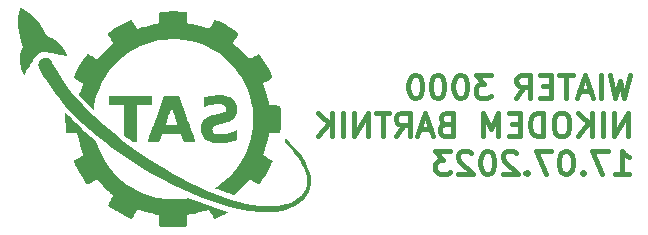
<source format=gbr>
%TF.GenerationSoftware,KiCad,Pcbnew,7.0.6*%
%TF.CreationDate,2023-07-18T10:57:58+02:00*%
%TF.ProjectId,PCB,5043422e-6b69-4636-9164-5f7063625858,rev?*%
%TF.SameCoordinates,Original*%
%TF.FileFunction,Legend,Bot*%
%TF.FilePolarity,Positive*%
%FSLAX46Y46*%
G04 Gerber Fmt 4.6, Leading zero omitted, Abs format (unit mm)*
G04 Created by KiCad (PCBNEW 7.0.6) date 2023-07-18 10:57:58*
%MOMM*%
%LPD*%
G01*
G04 APERTURE LIST*
%ADD10C,0.400000*%
G04 APERTURE END LIST*
D10*
X174076128Y-120199438D02*
X173599938Y-122199438D01*
X173599938Y-122199438D02*
X173218985Y-120770866D01*
X173218985Y-120770866D02*
X172838033Y-122199438D01*
X172838033Y-122199438D02*
X172361843Y-120199438D01*
X171599938Y-122199438D02*
X171599938Y-120199438D01*
X170742795Y-121628009D02*
X169790414Y-121628009D01*
X170933271Y-122199438D02*
X170266605Y-120199438D01*
X170266605Y-120199438D02*
X169599938Y-122199438D01*
X169218985Y-120199438D02*
X168076128Y-120199438D01*
X168647557Y-122199438D02*
X168647557Y-120199438D01*
X167409461Y-121151819D02*
X166742794Y-121151819D01*
X166457080Y-122199438D02*
X167409461Y-122199438D01*
X167409461Y-122199438D02*
X167409461Y-120199438D01*
X167409461Y-120199438D02*
X166457080Y-120199438D01*
X164457080Y-122199438D02*
X165123747Y-121247057D01*
X165599937Y-122199438D02*
X165599937Y-120199438D01*
X165599937Y-120199438D02*
X164838032Y-120199438D01*
X164838032Y-120199438D02*
X164647556Y-120294676D01*
X164647556Y-120294676D02*
X164552318Y-120389914D01*
X164552318Y-120389914D02*
X164457080Y-120580390D01*
X164457080Y-120580390D02*
X164457080Y-120866104D01*
X164457080Y-120866104D02*
X164552318Y-121056580D01*
X164552318Y-121056580D02*
X164647556Y-121151819D01*
X164647556Y-121151819D02*
X164838032Y-121247057D01*
X164838032Y-121247057D02*
X165599937Y-121247057D01*
X162266603Y-120199438D02*
X161028508Y-120199438D01*
X161028508Y-120199438D02*
X161695175Y-120961342D01*
X161695175Y-120961342D02*
X161409460Y-120961342D01*
X161409460Y-120961342D02*
X161218984Y-121056580D01*
X161218984Y-121056580D02*
X161123746Y-121151819D01*
X161123746Y-121151819D02*
X161028508Y-121342295D01*
X161028508Y-121342295D02*
X161028508Y-121818485D01*
X161028508Y-121818485D02*
X161123746Y-122008961D01*
X161123746Y-122008961D02*
X161218984Y-122104200D01*
X161218984Y-122104200D02*
X161409460Y-122199438D01*
X161409460Y-122199438D02*
X161980889Y-122199438D01*
X161980889Y-122199438D02*
X162171365Y-122104200D01*
X162171365Y-122104200D02*
X162266603Y-122008961D01*
X159790413Y-120199438D02*
X159599936Y-120199438D01*
X159599936Y-120199438D02*
X159409460Y-120294676D01*
X159409460Y-120294676D02*
X159314222Y-120389914D01*
X159314222Y-120389914D02*
X159218984Y-120580390D01*
X159218984Y-120580390D02*
X159123746Y-120961342D01*
X159123746Y-120961342D02*
X159123746Y-121437533D01*
X159123746Y-121437533D02*
X159218984Y-121818485D01*
X159218984Y-121818485D02*
X159314222Y-122008961D01*
X159314222Y-122008961D02*
X159409460Y-122104200D01*
X159409460Y-122104200D02*
X159599936Y-122199438D01*
X159599936Y-122199438D02*
X159790413Y-122199438D01*
X159790413Y-122199438D02*
X159980889Y-122104200D01*
X159980889Y-122104200D02*
X160076127Y-122008961D01*
X160076127Y-122008961D02*
X160171365Y-121818485D01*
X160171365Y-121818485D02*
X160266603Y-121437533D01*
X160266603Y-121437533D02*
X160266603Y-120961342D01*
X160266603Y-120961342D02*
X160171365Y-120580390D01*
X160171365Y-120580390D02*
X160076127Y-120389914D01*
X160076127Y-120389914D02*
X159980889Y-120294676D01*
X159980889Y-120294676D02*
X159790413Y-120199438D01*
X157885651Y-120199438D02*
X157695174Y-120199438D01*
X157695174Y-120199438D02*
X157504698Y-120294676D01*
X157504698Y-120294676D02*
X157409460Y-120389914D01*
X157409460Y-120389914D02*
X157314222Y-120580390D01*
X157314222Y-120580390D02*
X157218984Y-120961342D01*
X157218984Y-120961342D02*
X157218984Y-121437533D01*
X157218984Y-121437533D02*
X157314222Y-121818485D01*
X157314222Y-121818485D02*
X157409460Y-122008961D01*
X157409460Y-122008961D02*
X157504698Y-122104200D01*
X157504698Y-122104200D02*
X157695174Y-122199438D01*
X157695174Y-122199438D02*
X157885651Y-122199438D01*
X157885651Y-122199438D02*
X158076127Y-122104200D01*
X158076127Y-122104200D02*
X158171365Y-122008961D01*
X158171365Y-122008961D02*
X158266603Y-121818485D01*
X158266603Y-121818485D02*
X158361841Y-121437533D01*
X158361841Y-121437533D02*
X158361841Y-120961342D01*
X158361841Y-120961342D02*
X158266603Y-120580390D01*
X158266603Y-120580390D02*
X158171365Y-120389914D01*
X158171365Y-120389914D02*
X158076127Y-120294676D01*
X158076127Y-120294676D02*
X157885651Y-120199438D01*
X155980889Y-120199438D02*
X155790412Y-120199438D01*
X155790412Y-120199438D02*
X155599936Y-120294676D01*
X155599936Y-120294676D02*
X155504698Y-120389914D01*
X155504698Y-120389914D02*
X155409460Y-120580390D01*
X155409460Y-120580390D02*
X155314222Y-120961342D01*
X155314222Y-120961342D02*
X155314222Y-121437533D01*
X155314222Y-121437533D02*
X155409460Y-121818485D01*
X155409460Y-121818485D02*
X155504698Y-122008961D01*
X155504698Y-122008961D02*
X155599936Y-122104200D01*
X155599936Y-122104200D02*
X155790412Y-122199438D01*
X155790412Y-122199438D02*
X155980889Y-122199438D01*
X155980889Y-122199438D02*
X156171365Y-122104200D01*
X156171365Y-122104200D02*
X156266603Y-122008961D01*
X156266603Y-122008961D02*
X156361841Y-121818485D01*
X156361841Y-121818485D02*
X156457079Y-121437533D01*
X156457079Y-121437533D02*
X156457079Y-120961342D01*
X156457079Y-120961342D02*
X156361841Y-120580390D01*
X156361841Y-120580390D02*
X156266603Y-120389914D01*
X156266603Y-120389914D02*
X156171365Y-120294676D01*
X156171365Y-120294676D02*
X155980889Y-120199438D01*
X173885652Y-125419438D02*
X173885652Y-123419438D01*
X173885652Y-123419438D02*
X172742795Y-125419438D01*
X172742795Y-125419438D02*
X172742795Y-123419438D01*
X171790414Y-125419438D02*
X171790414Y-123419438D01*
X170838033Y-125419438D02*
X170838033Y-123419438D01*
X169695176Y-125419438D02*
X170552319Y-124276580D01*
X169695176Y-123419438D02*
X170838033Y-124562295D01*
X168457081Y-123419438D02*
X168076128Y-123419438D01*
X168076128Y-123419438D02*
X167885652Y-123514676D01*
X167885652Y-123514676D02*
X167695176Y-123705152D01*
X167695176Y-123705152D02*
X167599938Y-124086104D01*
X167599938Y-124086104D02*
X167599938Y-124752771D01*
X167599938Y-124752771D02*
X167695176Y-125133723D01*
X167695176Y-125133723D02*
X167885652Y-125324200D01*
X167885652Y-125324200D02*
X168076128Y-125419438D01*
X168076128Y-125419438D02*
X168457081Y-125419438D01*
X168457081Y-125419438D02*
X168647557Y-125324200D01*
X168647557Y-125324200D02*
X168838033Y-125133723D01*
X168838033Y-125133723D02*
X168933271Y-124752771D01*
X168933271Y-124752771D02*
X168933271Y-124086104D01*
X168933271Y-124086104D02*
X168838033Y-123705152D01*
X168838033Y-123705152D02*
X168647557Y-123514676D01*
X168647557Y-123514676D02*
X168457081Y-123419438D01*
X166742795Y-125419438D02*
X166742795Y-123419438D01*
X166742795Y-123419438D02*
X166266605Y-123419438D01*
X166266605Y-123419438D02*
X165980890Y-123514676D01*
X165980890Y-123514676D02*
X165790414Y-123705152D01*
X165790414Y-123705152D02*
X165695176Y-123895628D01*
X165695176Y-123895628D02*
X165599938Y-124276580D01*
X165599938Y-124276580D02*
X165599938Y-124562295D01*
X165599938Y-124562295D02*
X165695176Y-124943247D01*
X165695176Y-124943247D02*
X165790414Y-125133723D01*
X165790414Y-125133723D02*
X165980890Y-125324200D01*
X165980890Y-125324200D02*
X166266605Y-125419438D01*
X166266605Y-125419438D02*
X166742795Y-125419438D01*
X164742795Y-124371819D02*
X164076128Y-124371819D01*
X163790414Y-125419438D02*
X164742795Y-125419438D01*
X164742795Y-125419438D02*
X164742795Y-123419438D01*
X164742795Y-123419438D02*
X163790414Y-123419438D01*
X162933271Y-125419438D02*
X162933271Y-123419438D01*
X162933271Y-123419438D02*
X162266604Y-124848009D01*
X162266604Y-124848009D02*
X161599938Y-123419438D01*
X161599938Y-123419438D02*
X161599938Y-125419438D01*
X158457080Y-124371819D02*
X158171366Y-124467057D01*
X158171366Y-124467057D02*
X158076128Y-124562295D01*
X158076128Y-124562295D02*
X157980890Y-124752771D01*
X157980890Y-124752771D02*
X157980890Y-125038485D01*
X157980890Y-125038485D02*
X158076128Y-125228961D01*
X158076128Y-125228961D02*
X158171366Y-125324200D01*
X158171366Y-125324200D02*
X158361842Y-125419438D01*
X158361842Y-125419438D02*
X159123747Y-125419438D01*
X159123747Y-125419438D02*
X159123747Y-123419438D01*
X159123747Y-123419438D02*
X158457080Y-123419438D01*
X158457080Y-123419438D02*
X158266604Y-123514676D01*
X158266604Y-123514676D02*
X158171366Y-123609914D01*
X158171366Y-123609914D02*
X158076128Y-123800390D01*
X158076128Y-123800390D02*
X158076128Y-123990866D01*
X158076128Y-123990866D02*
X158171366Y-124181342D01*
X158171366Y-124181342D02*
X158266604Y-124276580D01*
X158266604Y-124276580D02*
X158457080Y-124371819D01*
X158457080Y-124371819D02*
X159123747Y-124371819D01*
X157218985Y-124848009D02*
X156266604Y-124848009D01*
X157409461Y-125419438D02*
X156742795Y-123419438D01*
X156742795Y-123419438D02*
X156076128Y-125419438D01*
X154266604Y-125419438D02*
X154933271Y-124467057D01*
X155409461Y-125419438D02*
X155409461Y-123419438D01*
X155409461Y-123419438D02*
X154647556Y-123419438D01*
X154647556Y-123419438D02*
X154457080Y-123514676D01*
X154457080Y-123514676D02*
X154361842Y-123609914D01*
X154361842Y-123609914D02*
X154266604Y-123800390D01*
X154266604Y-123800390D02*
X154266604Y-124086104D01*
X154266604Y-124086104D02*
X154361842Y-124276580D01*
X154361842Y-124276580D02*
X154457080Y-124371819D01*
X154457080Y-124371819D02*
X154647556Y-124467057D01*
X154647556Y-124467057D02*
X155409461Y-124467057D01*
X153695175Y-123419438D02*
X152552318Y-123419438D01*
X153123747Y-125419438D02*
X153123747Y-123419438D01*
X151885651Y-125419438D02*
X151885651Y-123419438D01*
X151885651Y-123419438D02*
X150742794Y-125419438D01*
X150742794Y-125419438D02*
X150742794Y-123419438D01*
X149790413Y-125419438D02*
X149790413Y-123419438D01*
X148838032Y-125419438D02*
X148838032Y-123419438D01*
X147695175Y-125419438D02*
X148552318Y-124276580D01*
X147695175Y-123419438D02*
X148838032Y-124562295D01*
X172838033Y-128639438D02*
X173980890Y-128639438D01*
X173409462Y-128639438D02*
X173409462Y-126639438D01*
X173409462Y-126639438D02*
X173599938Y-126925152D01*
X173599938Y-126925152D02*
X173790414Y-127115628D01*
X173790414Y-127115628D02*
X173980890Y-127210866D01*
X172171366Y-126639438D02*
X170838033Y-126639438D01*
X170838033Y-126639438D02*
X171695176Y-128639438D01*
X170076128Y-128448961D02*
X169980890Y-128544200D01*
X169980890Y-128544200D02*
X170076128Y-128639438D01*
X170076128Y-128639438D02*
X170171366Y-128544200D01*
X170171366Y-128544200D02*
X170076128Y-128448961D01*
X170076128Y-128448961D02*
X170076128Y-128639438D01*
X168742795Y-126639438D02*
X168552318Y-126639438D01*
X168552318Y-126639438D02*
X168361842Y-126734676D01*
X168361842Y-126734676D02*
X168266604Y-126829914D01*
X168266604Y-126829914D02*
X168171366Y-127020390D01*
X168171366Y-127020390D02*
X168076128Y-127401342D01*
X168076128Y-127401342D02*
X168076128Y-127877533D01*
X168076128Y-127877533D02*
X168171366Y-128258485D01*
X168171366Y-128258485D02*
X168266604Y-128448961D01*
X168266604Y-128448961D02*
X168361842Y-128544200D01*
X168361842Y-128544200D02*
X168552318Y-128639438D01*
X168552318Y-128639438D02*
X168742795Y-128639438D01*
X168742795Y-128639438D02*
X168933271Y-128544200D01*
X168933271Y-128544200D02*
X169028509Y-128448961D01*
X169028509Y-128448961D02*
X169123747Y-128258485D01*
X169123747Y-128258485D02*
X169218985Y-127877533D01*
X169218985Y-127877533D02*
X169218985Y-127401342D01*
X169218985Y-127401342D02*
X169123747Y-127020390D01*
X169123747Y-127020390D02*
X169028509Y-126829914D01*
X169028509Y-126829914D02*
X168933271Y-126734676D01*
X168933271Y-126734676D02*
X168742795Y-126639438D01*
X167409461Y-126639438D02*
X166076128Y-126639438D01*
X166076128Y-126639438D02*
X166933271Y-128639438D01*
X165314223Y-128448961D02*
X165218985Y-128544200D01*
X165218985Y-128544200D02*
X165314223Y-128639438D01*
X165314223Y-128639438D02*
X165409461Y-128544200D01*
X165409461Y-128544200D02*
X165314223Y-128448961D01*
X165314223Y-128448961D02*
X165314223Y-128639438D01*
X164457080Y-126829914D02*
X164361842Y-126734676D01*
X164361842Y-126734676D02*
X164171366Y-126639438D01*
X164171366Y-126639438D02*
X163695175Y-126639438D01*
X163695175Y-126639438D02*
X163504699Y-126734676D01*
X163504699Y-126734676D02*
X163409461Y-126829914D01*
X163409461Y-126829914D02*
X163314223Y-127020390D01*
X163314223Y-127020390D02*
X163314223Y-127210866D01*
X163314223Y-127210866D02*
X163409461Y-127496580D01*
X163409461Y-127496580D02*
X164552318Y-128639438D01*
X164552318Y-128639438D02*
X163314223Y-128639438D01*
X162076128Y-126639438D02*
X161885651Y-126639438D01*
X161885651Y-126639438D02*
X161695175Y-126734676D01*
X161695175Y-126734676D02*
X161599937Y-126829914D01*
X161599937Y-126829914D02*
X161504699Y-127020390D01*
X161504699Y-127020390D02*
X161409461Y-127401342D01*
X161409461Y-127401342D02*
X161409461Y-127877533D01*
X161409461Y-127877533D02*
X161504699Y-128258485D01*
X161504699Y-128258485D02*
X161599937Y-128448961D01*
X161599937Y-128448961D02*
X161695175Y-128544200D01*
X161695175Y-128544200D02*
X161885651Y-128639438D01*
X161885651Y-128639438D02*
X162076128Y-128639438D01*
X162076128Y-128639438D02*
X162266604Y-128544200D01*
X162266604Y-128544200D02*
X162361842Y-128448961D01*
X162361842Y-128448961D02*
X162457080Y-128258485D01*
X162457080Y-128258485D02*
X162552318Y-127877533D01*
X162552318Y-127877533D02*
X162552318Y-127401342D01*
X162552318Y-127401342D02*
X162457080Y-127020390D01*
X162457080Y-127020390D02*
X162361842Y-126829914D01*
X162361842Y-126829914D02*
X162266604Y-126734676D01*
X162266604Y-126734676D02*
X162076128Y-126639438D01*
X160647556Y-126829914D02*
X160552318Y-126734676D01*
X160552318Y-126734676D02*
X160361842Y-126639438D01*
X160361842Y-126639438D02*
X159885651Y-126639438D01*
X159885651Y-126639438D02*
X159695175Y-126734676D01*
X159695175Y-126734676D02*
X159599937Y-126829914D01*
X159599937Y-126829914D02*
X159504699Y-127020390D01*
X159504699Y-127020390D02*
X159504699Y-127210866D01*
X159504699Y-127210866D02*
X159599937Y-127496580D01*
X159599937Y-127496580D02*
X160742794Y-128639438D01*
X160742794Y-128639438D02*
X159504699Y-128639438D01*
X158838032Y-126639438D02*
X157599937Y-126639438D01*
X157599937Y-126639438D02*
X158266604Y-127401342D01*
X158266604Y-127401342D02*
X157980889Y-127401342D01*
X157980889Y-127401342D02*
X157790413Y-127496580D01*
X157790413Y-127496580D02*
X157695175Y-127591819D01*
X157695175Y-127591819D02*
X157599937Y-127782295D01*
X157599937Y-127782295D02*
X157599937Y-128258485D01*
X157599937Y-128258485D02*
X157695175Y-128448961D01*
X157695175Y-128448961D02*
X157790413Y-128544200D01*
X157790413Y-128544200D02*
X157980889Y-128639438D01*
X157980889Y-128639438D02*
X158552318Y-128639438D01*
X158552318Y-128639438D02*
X158742794Y-128544200D01*
X158742794Y-128544200D02*
X158838032Y-128448961D01*
%TO.C,G\u002A\u002A\u002A*%
G36*
X133589810Y-122406071D02*
G01*
X133589810Y-122793052D01*
X132944843Y-122793052D01*
X132299875Y-122793052D01*
X132299875Y-124364428D01*
X132299875Y-125935804D01*
X132135483Y-125935804D01*
X131971092Y-125935804D01*
X131619509Y-125672233D01*
X131267927Y-125408663D01*
X131267927Y-124100857D01*
X131267927Y-122793052D01*
X130622959Y-122793052D01*
X129977991Y-122793052D01*
X129977991Y-122406071D01*
X129977991Y-122019091D01*
X131783901Y-122019091D01*
X133589810Y-122019091D01*
X133589810Y-122406071D01*
G37*
G36*
X136802930Y-124551206D02*
G01*
X136895513Y-124801169D01*
X136980965Y-125031817D01*
X137057979Y-125239625D01*
X137125249Y-125421067D01*
X137181467Y-125572618D01*
X137225327Y-125690753D01*
X137255523Y-125771946D01*
X137270747Y-125812673D01*
X137317299Y-125935804D01*
X136805018Y-125935804D01*
X136292736Y-125935804D01*
X136169681Y-125584003D01*
X136046626Y-125232202D01*
X135257419Y-125232202D01*
X134468213Y-125232202D01*
X134348564Y-125578140D01*
X134228915Y-125924077D01*
X133721736Y-125930398D01*
X133660150Y-125931032D01*
X133517733Y-125931407D01*
X133395209Y-125930202D01*
X133299330Y-125927574D01*
X133236845Y-125923678D01*
X133214507Y-125918671D01*
X133221053Y-125898547D01*
X133242796Y-125837261D01*
X133278644Y-125738045D01*
X133327432Y-125604071D01*
X133387998Y-125438511D01*
X133459177Y-125244537D01*
X133539805Y-125025321D01*
X133628717Y-124784035D01*
X133724751Y-124523851D01*
X133738167Y-124487558D01*
X134738626Y-124487558D01*
X134742374Y-124489535D01*
X134781138Y-124494001D01*
X134855377Y-124497786D01*
X134956938Y-124500842D01*
X135077670Y-124503124D01*
X135209420Y-124504584D01*
X135344037Y-124505176D01*
X135473370Y-124504854D01*
X135589266Y-124503570D01*
X135683575Y-124501278D01*
X135748143Y-124497932D01*
X135774819Y-124493484D01*
X135775111Y-124491912D01*
X135767653Y-124459484D01*
X135747100Y-124390478D01*
X135715589Y-124291134D01*
X135675257Y-124167693D01*
X135628242Y-124026395D01*
X135576679Y-123873480D01*
X135522705Y-123715191D01*
X135468458Y-123557766D01*
X135416074Y-123407446D01*
X135367689Y-123270473D01*
X135325442Y-123153087D01*
X135291468Y-123061528D01*
X135267904Y-123002037D01*
X135256887Y-122980854D01*
X135256594Y-122981019D01*
X135245527Y-123005766D01*
X135221887Y-123068216D01*
X135187820Y-123162132D01*
X135145470Y-123281273D01*
X135096986Y-123419402D01*
X135044512Y-123570280D01*
X134990195Y-123727666D01*
X134936180Y-123885323D01*
X134884615Y-124037011D01*
X134837643Y-124176492D01*
X134797413Y-124297526D01*
X134766069Y-124393874D01*
X134745758Y-124459298D01*
X134738626Y-124487558D01*
X133738167Y-124487558D01*
X133826741Y-124247940D01*
X133933523Y-123959475D01*
X134652589Y-122018326D01*
X135261283Y-122024572D01*
X135869977Y-122030817D01*
X136547086Y-123860180D01*
X136601594Y-124007436D01*
X136704521Y-124285453D01*
X136780973Y-124491912D01*
X136802930Y-124551206D01*
G37*
G36*
X122497022Y-114556397D02*
G01*
X122564311Y-114584339D01*
X122664817Y-114633875D01*
X122704167Y-114654109D01*
X122948239Y-114799948D01*
X123199175Y-114982111D01*
X123449428Y-115193832D01*
X123691449Y-115428344D01*
X123917689Y-115678884D01*
X124120601Y-115938684D01*
X124198058Y-116050072D01*
X124296217Y-116199210D01*
X124396561Y-116358703D01*
X124491665Y-116516464D01*
X124574106Y-116660406D01*
X124636458Y-116778444D01*
X124710174Y-116927932D01*
X124874605Y-116977877D01*
X124880818Y-116979776D01*
X125153765Y-117087666D01*
X125414687Y-117238132D01*
X125659507Y-117427585D01*
X125884147Y-117652439D01*
X126084530Y-117909104D01*
X126256578Y-118193994D01*
X126295298Y-118269496D01*
X126350759Y-118384931D01*
X126395364Y-118486853D01*
X126426317Y-118568289D01*
X126440822Y-118622264D01*
X126436085Y-118641805D01*
X126410791Y-118637478D01*
X126346596Y-118624408D01*
X126251419Y-118604196D01*
X126132878Y-118578461D01*
X125998588Y-118548821D01*
X125826876Y-118511350D01*
X125503112Y-118444953D01*
X125206120Y-118389869D01*
X124938908Y-118346523D01*
X124704482Y-118315339D01*
X124505849Y-118296742D01*
X124346016Y-118291155D01*
X124227988Y-118299003D01*
X124209528Y-118302456D01*
X124112814Y-118334835D01*
X124025464Y-118383161D01*
X123963675Y-118437616D01*
X123875141Y-118535600D01*
X123770709Y-118667307D01*
X123653308Y-118828439D01*
X123525868Y-119014700D01*
X123391316Y-119221794D01*
X123252582Y-119445424D01*
X123112595Y-119681295D01*
X122974283Y-119925109D01*
X122931288Y-120002030D01*
X122872937Y-120104080D01*
X122824744Y-120185561D01*
X122790802Y-120239599D01*
X122775207Y-120259320D01*
X122759143Y-120241933D01*
X122730005Y-120188932D01*
X122692341Y-120109123D01*
X122650020Y-120011459D01*
X122606912Y-119904893D01*
X122566887Y-119798378D01*
X122533815Y-119700865D01*
X122479325Y-119502548D01*
X122423628Y-119181525D01*
X122407920Y-118865055D01*
X122431998Y-118558449D01*
X122495661Y-118267015D01*
X122598706Y-117996063D01*
X122676848Y-117831115D01*
X122596392Y-117609083D01*
X122510602Y-117355589D01*
X122394337Y-116934853D01*
X122310739Y-116517596D01*
X122260129Y-116108517D01*
X122242829Y-115712316D01*
X122259159Y-115333693D01*
X122309441Y-114977348D01*
X122393997Y-114647981D01*
X122407926Y-114606644D01*
X122427484Y-114567099D01*
X122454298Y-114550500D01*
X122497022Y-114556397D01*
G37*
G36*
X139631270Y-121968708D02*
G01*
X139872538Y-122002821D01*
X140082958Y-122056592D01*
X140256640Y-122129982D01*
X140315187Y-122164066D01*
X140489471Y-122299063D01*
X140630133Y-122463722D01*
X140735213Y-122653831D01*
X140802751Y-122865178D01*
X140830786Y-123093548D01*
X140817357Y-123334730D01*
X140800254Y-123433392D01*
X140746798Y-123612964D01*
X140665239Y-123765906D01*
X140550699Y-123902609D01*
X140502574Y-123948660D01*
X140415195Y-124021590D01*
X140320643Y-124084765D01*
X140212389Y-124141019D01*
X140083905Y-124193185D01*
X139928662Y-124244096D01*
X139740132Y-124296586D01*
X139511786Y-124353488D01*
X139368702Y-124389096D01*
X139227847Y-124426639D01*
X139103571Y-124462220D01*
X139005599Y-124493052D01*
X138943658Y-124516347D01*
X138894921Y-124541323D01*
X138799289Y-124617709D01*
X138744025Y-124715094D01*
X138726186Y-124837832D01*
X138726220Y-124847089D01*
X138737156Y-124961459D01*
X138771707Y-125048730D01*
X138835780Y-125124339D01*
X138882734Y-125162323D01*
X138974289Y-125211144D01*
X139089033Y-125243521D01*
X139234437Y-125261273D01*
X139417973Y-125266222D01*
X139497427Y-125264837D01*
X139709006Y-125249171D01*
X139915569Y-125214076D01*
X140127424Y-125156956D01*
X140354876Y-125075213D01*
X140608231Y-124966249D01*
X140789995Y-124883071D01*
X140789995Y-125311695D01*
X140789995Y-125740320D01*
X140549598Y-125814573D01*
X140208658Y-125907310D01*
X139821083Y-125979399D01*
X139441426Y-126012602D01*
X139333148Y-126013851D01*
X139183497Y-126009443D01*
X139026096Y-125999599D01*
X138874608Y-125985416D01*
X138742693Y-125967995D01*
X138644012Y-125948434D01*
X138629473Y-125944570D01*
X138393565Y-125861224D01*
X138194141Y-125748450D01*
X138031126Y-125606148D01*
X137904447Y-125434219D01*
X137814029Y-125232565D01*
X137759799Y-125001085D01*
X137741682Y-124739682D01*
X137743978Y-124638254D01*
X137766923Y-124437284D01*
X137816624Y-124266418D01*
X137895703Y-124118191D01*
X138006783Y-123985138D01*
X138071404Y-123925896D01*
X138179575Y-123846882D01*
X138307648Y-123776127D01*
X138461008Y-123711451D01*
X138645042Y-123650676D01*
X138865136Y-123591623D01*
X139126676Y-123532112D01*
X139227489Y-123510296D01*
X139420809Y-123465221D01*
X139574060Y-123423063D01*
X139691645Y-123381304D01*
X139777967Y-123337422D01*
X139837428Y-123288899D01*
X139874433Y-123233215D01*
X139893382Y-123167849D01*
X139898679Y-123090283D01*
X139898215Y-123067894D01*
X139876446Y-122949856D01*
X139820379Y-122856012D01*
X139727586Y-122784374D01*
X139595641Y-122732955D01*
X139422117Y-122699764D01*
X139367296Y-122694089D01*
X139155283Y-122690646D01*
X138919603Y-122711148D01*
X138672008Y-122753712D01*
X138424252Y-122816456D01*
X138188087Y-122897495D01*
X138186402Y-122898161D01*
X138108434Y-122927940D01*
X138047997Y-122949145D01*
X138018050Y-122957226D01*
X138012739Y-122940852D01*
X138007270Y-122884495D01*
X138002933Y-122795174D01*
X138000074Y-122680403D01*
X137999044Y-122547696D01*
X137999044Y-122138166D01*
X138086994Y-122115051D01*
X138168284Y-122094444D01*
X138475472Y-122029655D01*
X138781254Y-121984728D01*
X139079739Y-121959621D01*
X139365041Y-121954295D01*
X139631270Y-121968708D01*
G37*
G36*
X124630363Y-118772048D02*
G01*
X124724366Y-118779447D01*
X124799841Y-118798466D01*
X124876883Y-118833352D01*
X124923571Y-118859496D01*
X124990333Y-118902927D01*
X125032672Y-118938301D01*
X125040725Y-118949140D01*
X125071935Y-119000555D01*
X125116875Y-119081711D01*
X125170811Y-119183922D01*
X125229007Y-119298500D01*
X125323360Y-119482805D01*
X125623007Y-120014514D01*
X125967096Y-120553463D01*
X126355884Y-121099987D01*
X126789628Y-121654420D01*
X127268587Y-122217096D01*
X127793017Y-122788350D01*
X128363176Y-123368516D01*
X128706371Y-123701248D01*
X129514600Y-124443409D01*
X130362530Y-125166366D01*
X131251300Y-125871036D01*
X132182051Y-126558338D01*
X133155923Y-127229190D01*
X133847752Y-127678881D01*
X134598772Y-128142605D01*
X135345991Y-128578821D01*
X136087408Y-128986676D01*
X136821019Y-129365315D01*
X137544822Y-129713884D01*
X138256813Y-130031529D01*
X138954991Y-130317396D01*
X139637353Y-130570630D01*
X140301896Y-130790379D01*
X140946616Y-130975787D01*
X141569513Y-131126000D01*
X142168582Y-131240164D01*
X142741821Y-131317426D01*
X142898011Y-131330948D01*
X143112009Y-131343024D01*
X143341166Y-131350252D01*
X143573130Y-131352535D01*
X143795549Y-131349773D01*
X143996070Y-131341869D01*
X144162341Y-131328724D01*
X144188086Y-131325855D01*
X144602725Y-131260645D01*
X144988487Y-131163143D01*
X145343755Y-131034033D01*
X145666911Y-130873997D01*
X145956337Y-130683718D01*
X146210415Y-130463879D01*
X146311651Y-130356750D01*
X146485972Y-130128819D01*
X146615783Y-129888576D01*
X146701571Y-129634337D01*
X146743823Y-129364419D01*
X146743024Y-129077137D01*
X146699663Y-128770808D01*
X146697423Y-128759866D01*
X146668360Y-128628769D01*
X146636821Y-128511713D01*
X146598788Y-128397665D01*
X146550243Y-128275593D01*
X146487167Y-128134464D01*
X146405543Y-127963245D01*
X146339118Y-127831640D01*
X146203651Y-127589618D01*
X146046949Y-127341151D01*
X145865840Y-127081786D01*
X145657151Y-126807072D01*
X145417708Y-126512557D01*
X145144339Y-126193791D01*
X145140449Y-126189350D01*
X145046806Y-126080479D01*
X144964052Y-125980649D01*
X144897306Y-125896320D01*
X144851685Y-125833951D01*
X144832308Y-125800002D01*
X144829384Y-125779490D01*
X144846961Y-125718753D01*
X144895665Y-125672655D01*
X144963625Y-125654363D01*
X144974419Y-125655387D01*
X145008838Y-125669045D01*
X145055870Y-125701725D01*
X145120220Y-125757376D01*
X145206591Y-125839949D01*
X145319686Y-125953394D01*
X145654365Y-126312949D01*
X145980769Y-126707212D01*
X146271051Y-127106739D01*
X146521879Y-127506924D01*
X146729920Y-127903158D01*
X146848575Y-128177758D01*
X146967454Y-128532718D01*
X147042058Y-128875559D01*
X147072475Y-129205627D01*
X147058792Y-129522263D01*
X147001098Y-129824814D01*
X146899479Y-130112622D01*
X146754023Y-130385032D01*
X146564819Y-130641388D01*
X146331953Y-130881033D01*
X146281628Y-130925821D01*
X145989072Y-131154377D01*
X145672429Y-131349618D01*
X145329510Y-131512340D01*
X144958127Y-131643335D01*
X144556091Y-131743400D01*
X144121214Y-131813327D01*
X143651306Y-131853912D01*
X143415725Y-131861718D01*
X143003224Y-131855692D01*
X142555520Y-131826725D01*
X142076048Y-131774990D01*
X141926156Y-131754912D01*
X141269003Y-131645702D01*
X140587964Y-131499538D01*
X139885580Y-131317541D01*
X139164391Y-131100838D01*
X138426938Y-130850552D01*
X137675761Y-130567807D01*
X136913401Y-130253727D01*
X136142398Y-129909438D01*
X135365292Y-129536063D01*
X134584625Y-129134726D01*
X133802936Y-128706552D01*
X133022765Y-128252665D01*
X132246654Y-127774189D01*
X131477143Y-127272248D01*
X130716772Y-126747968D01*
X130235724Y-126400138D01*
X129584100Y-125905995D01*
X128956556Y-125403021D01*
X128354834Y-124893057D01*
X127780679Y-124377940D01*
X127235834Y-123859510D01*
X126722043Y-123339605D01*
X126241048Y-122820063D01*
X125794594Y-122302724D01*
X125384423Y-121789427D01*
X125012280Y-121282009D01*
X124679907Y-120782310D01*
X124389048Y-120292168D01*
X124141447Y-119813422D01*
X124131743Y-119792906D01*
X124079911Y-119677177D01*
X124036207Y-119569657D01*
X124004978Y-119481563D01*
X123990570Y-119424111D01*
X123986486Y-119372817D01*
X124001346Y-119209796D01*
X124057611Y-119062709D01*
X124152289Y-118937541D01*
X124282387Y-118840278D01*
X124341458Y-118809704D01*
X124408705Y-118785115D01*
X124482816Y-118773863D01*
X124583716Y-118771393D01*
X124630363Y-118772048D01*
G37*
G36*
X126296032Y-123432189D02*
G01*
X126334035Y-123466138D01*
X126398832Y-123526871D01*
X126486366Y-123610499D01*
X126592575Y-123713133D01*
X126713400Y-123830884D01*
X126844781Y-123959863D01*
X126912564Y-124026557D01*
X127201094Y-124308273D01*
X127467396Y-124564280D01*
X127719226Y-124801836D01*
X127964337Y-125028195D01*
X128210483Y-125250613D01*
X128465419Y-125476346D01*
X128863956Y-125826030D01*
X128960612Y-126109587D01*
X129092534Y-126470748D01*
X129253567Y-126848309D01*
X129433237Y-127205861D01*
X129638126Y-127557469D01*
X129925049Y-127982824D01*
X130273344Y-128420961D01*
X130653763Y-128826347D01*
X131064257Y-129197554D01*
X131502775Y-129533153D01*
X131967267Y-129831715D01*
X132455682Y-130091812D01*
X132965970Y-130312016D01*
X133496079Y-130490897D01*
X134043961Y-130627027D01*
X134186572Y-130655685D01*
X134361337Y-130687957D01*
X134519459Y-130712528D01*
X134671522Y-130730364D01*
X134828113Y-130742431D01*
X134999816Y-130749696D01*
X135197216Y-130753127D01*
X135430900Y-130753689D01*
X135548838Y-130753240D01*
X135735007Y-130751270D01*
X135888550Y-130747384D01*
X136018715Y-130741075D01*
X136134751Y-130731834D01*
X136245907Y-130719153D01*
X136361432Y-130702523D01*
X136682176Y-130652671D01*
X137065033Y-130806441D01*
X137416428Y-130944070D01*
X137858669Y-131109123D01*
X138320879Y-131273795D01*
X138788969Y-131433195D01*
X139248851Y-131582431D01*
X139686435Y-131716611D01*
X139767625Y-131740834D01*
X139880458Y-131775071D01*
X139971534Y-131803411D01*
X140033099Y-131823428D01*
X140057400Y-131832695D01*
X140057007Y-131834944D01*
X140030839Y-131854875D01*
X139971458Y-131890966D01*
X139885675Y-131939584D01*
X139780303Y-131997097D01*
X139662153Y-132059874D01*
X139538037Y-132124280D01*
X139414767Y-132186685D01*
X139299155Y-132243456D01*
X139198013Y-132290960D01*
X139187681Y-132295637D01*
X139086151Y-132339384D01*
X139000931Y-132372275D01*
X138940696Y-132391193D01*
X138914118Y-132393018D01*
X138913898Y-132392761D01*
X138896217Y-132366040D01*
X138858769Y-132305848D01*
X138805595Y-132218800D01*
X138740737Y-132111509D01*
X138668238Y-131990590D01*
X138626507Y-131921118D01*
X138550589Y-131797916D01*
X138492933Y-131710128D01*
X138450683Y-131653791D01*
X138420983Y-131624940D01*
X138400978Y-131619610D01*
X138388853Y-131623591D01*
X138335423Y-131641567D01*
X138250706Y-131670316D01*
X138143474Y-131706857D01*
X138022497Y-131748209D01*
X137978521Y-131763138D01*
X137621963Y-131874063D01*
X137265138Y-131965724D01*
X136885009Y-132044114D01*
X136603568Y-132096076D01*
X136583209Y-132563262D01*
X136582052Y-132589539D01*
X136575476Y-132729954D01*
X136569097Y-132852277D01*
X136563337Y-132949314D01*
X136558617Y-133013871D01*
X136555359Y-133038753D01*
X136555001Y-133039018D01*
X136527032Y-133044758D01*
X136462262Y-133053786D01*
X136369886Y-133064916D01*
X136259098Y-133076962D01*
X136123311Y-133088243D01*
X135958701Y-133096990D01*
X135775952Y-133102838D01*
X135580975Y-133105921D01*
X135379681Y-133106374D01*
X135177982Y-133104331D01*
X134981790Y-133099925D01*
X134797014Y-133093291D01*
X134629568Y-133084563D01*
X134485361Y-133073875D01*
X134370306Y-133061361D01*
X134290314Y-133047157D01*
X134251295Y-133031394D01*
X134250603Y-133030326D01*
X134244875Y-132997317D01*
X134238816Y-132925792D01*
X134232866Y-132823174D01*
X134227464Y-132696889D01*
X134223051Y-132554361D01*
X134211325Y-132093780D01*
X133976791Y-132054671D01*
X133844283Y-132030929D01*
X133491192Y-131953832D01*
X133123288Y-131855337D01*
X132757216Y-131739740D01*
X132643483Y-131701107D01*
X132536785Y-131665907D01*
X132462079Y-131643573D01*
X132412545Y-131632693D01*
X132381364Y-131631851D01*
X132361716Y-131639633D01*
X132346782Y-131654626D01*
X132329815Y-131678843D01*
X132290889Y-131739545D01*
X132236586Y-131827076D01*
X132171574Y-131933895D01*
X132100521Y-132052462D01*
X132040409Y-132152052D01*
X131976691Y-132254130D01*
X131923729Y-132335177D01*
X131885793Y-132388686D01*
X131867154Y-132408147D01*
X131858520Y-132406760D01*
X131809909Y-132388654D01*
X131728946Y-132352175D01*
X131621882Y-132300581D01*
X131494971Y-132237133D01*
X131354464Y-132165092D01*
X131206614Y-132087717D01*
X131057674Y-132008268D01*
X130913895Y-131930006D01*
X130781530Y-131856190D01*
X130666832Y-131790082D01*
X130576052Y-131734940D01*
X130476134Y-131671193D01*
X130302662Y-131557742D01*
X130154902Y-131457272D01*
X130035804Y-131371929D01*
X129948319Y-131303864D01*
X129895398Y-131255224D01*
X129879993Y-131228157D01*
X129892422Y-131201489D01*
X129924102Y-131140247D01*
X129971231Y-131051729D01*
X130030085Y-130942927D01*
X130096937Y-130820837D01*
X130161809Y-130702101D01*
X130219691Y-130594307D01*
X130265451Y-130507100D01*
X130295522Y-130447277D01*
X130306338Y-130421638D01*
X130305921Y-130420150D01*
X130283966Y-130394839D01*
X130233537Y-130347027D01*
X130161434Y-130282955D01*
X130074460Y-130208864D01*
X130040409Y-130179938D01*
X129914341Y-130067075D01*
X129771610Y-129932301D01*
X129620900Y-129784386D01*
X129470898Y-129632104D01*
X129330288Y-129484225D01*
X129207755Y-129349523D01*
X129111985Y-129236769D01*
X129087791Y-129207128D01*
X129031143Y-129141359D01*
X128987419Y-129095671D01*
X128964532Y-129078555D01*
X128939528Y-129088878D01*
X128880064Y-129118544D01*
X128793113Y-129163992D01*
X128685502Y-129221653D01*
X128564057Y-129287957D01*
X128446222Y-129352492D01*
X128336813Y-129411702D01*
X128247433Y-129459324D01*
X128185076Y-129491632D01*
X128156736Y-129504900D01*
X128145412Y-129501709D01*
X128106801Y-129466327D01*
X128047739Y-129394971D01*
X127970375Y-129290594D01*
X127876857Y-129156146D01*
X127769334Y-128994578D01*
X127649954Y-128808841D01*
X127630910Y-128778228D01*
X127571415Y-128677985D01*
X127502123Y-128556089D01*
X127426301Y-128418802D01*
X127347214Y-128272384D01*
X127268128Y-128123097D01*
X127192308Y-127977202D01*
X127123021Y-127840959D01*
X127063532Y-127720630D01*
X127017108Y-127622477D01*
X126987013Y-127552760D01*
X126976514Y-127517740D01*
X126990790Y-127503159D01*
X127039694Y-127467877D01*
X127117118Y-127417013D01*
X127216544Y-127354830D01*
X127331451Y-127285592D01*
X127426434Y-127228970D01*
X127536383Y-127162436D01*
X127628603Y-127105523D01*
X127695510Y-127062925D01*
X127729520Y-127039332D01*
X127743111Y-127026357D01*
X127752361Y-127007967D01*
X127753250Y-126979479D01*
X127744376Y-126934050D01*
X127724337Y-126864836D01*
X127691730Y-126764993D01*
X127645153Y-126627678D01*
X127597324Y-126483113D01*
X127488055Y-126114425D01*
X127397591Y-125750543D01*
X127330229Y-125408103D01*
X127291127Y-125173569D01*
X126830543Y-125161842D01*
X126811523Y-125161344D01*
X126670671Y-125156779D01*
X126547018Y-125151282D01*
X126447989Y-125145294D01*
X126381009Y-125139253D01*
X126353503Y-125133599D01*
X126347199Y-125120485D01*
X126335805Y-125065176D01*
X126324536Y-124974470D01*
X126313638Y-124854689D01*
X126303352Y-124712155D01*
X126293922Y-124553191D01*
X126285593Y-124384118D01*
X126278607Y-124211259D01*
X126273207Y-124040936D01*
X126269638Y-123879471D01*
X126268142Y-123733186D01*
X126268963Y-123608403D01*
X126272345Y-123511446D01*
X126278530Y-123448635D01*
X126287763Y-123426293D01*
X126296032Y-123432189D01*
G37*
G36*
X135645767Y-114853547D02*
G01*
X135938610Y-114864014D01*
X136217520Y-114881512D01*
X136466211Y-114905582D01*
X136563387Y-114917169D01*
X136580348Y-115392134D01*
X136597309Y-115867099D01*
X136834972Y-115907870D01*
X137076690Y-115954877D01*
X137372752Y-116024117D01*
X137678010Y-116106229D01*
X137975308Y-116196566D01*
X138247491Y-116290480D01*
X138437304Y-116360868D01*
X138663949Y-115982731D01*
X138735783Y-115862993D01*
X138801198Y-115754163D01*
X138855092Y-115664718D01*
X138893275Y-115601612D01*
X138911557Y-115571798D01*
X138915661Y-115567717D01*
X138936403Y-115565024D01*
X138975661Y-115574781D01*
X139038031Y-115598872D01*
X139128111Y-115639181D01*
X139250495Y-115697591D01*
X139409780Y-115775986D01*
X139434502Y-115788305D01*
X139595090Y-115870153D01*
X139759022Y-115956460D01*
X139914886Y-116041047D01*
X140051267Y-116117737D01*
X140156754Y-116180351D01*
X140167585Y-116187084D01*
X140298314Y-116269962D01*
X140430734Y-116356540D01*
X140558950Y-116442688D01*
X140677070Y-116524280D01*
X140779200Y-116597186D01*
X140859446Y-116657278D01*
X140911916Y-116700428D01*
X140930715Y-116722507D01*
X140930588Y-116723451D01*
X140917515Y-116753548D01*
X140885411Y-116817245D01*
X140837763Y-116907900D01*
X140778056Y-117018869D01*
X140709777Y-117143509D01*
X140488839Y-117543476D01*
X140727367Y-117748783D01*
X140836596Y-117844774D01*
X141114707Y-118105352D01*
X141387345Y-118382403D01*
X141636111Y-118657526D01*
X141841417Y-118896054D01*
X142241385Y-118675116D01*
X142255250Y-118667464D01*
X142378574Y-118599966D01*
X142487359Y-118541407D01*
X142575002Y-118495268D01*
X142634898Y-118465031D01*
X142660443Y-118454178D01*
X142674513Y-118464430D01*
X142712695Y-118508685D01*
X142769160Y-118582724D01*
X142839930Y-118680894D01*
X142921027Y-118797540D01*
X143008473Y-118927011D01*
X143098291Y-119063653D01*
X143186502Y-119201811D01*
X143249636Y-119305415D01*
X143329370Y-119443438D01*
X143411392Y-119591977D01*
X143492890Y-119745321D01*
X143571053Y-119897760D01*
X143643071Y-120043586D01*
X143706133Y-120177087D01*
X143757427Y-120292553D01*
X143794143Y-120384275D01*
X143813469Y-120446542D01*
X143812596Y-120473645D01*
X143783486Y-120491497D01*
X143720874Y-120529383D01*
X143631821Y-120583041D01*
X143523270Y-120648289D01*
X143402163Y-120720944D01*
X143024026Y-120947590D01*
X143094413Y-121137403D01*
X143178036Y-121377945D01*
X143268997Y-121673310D01*
X143352246Y-121978531D01*
X143423138Y-122276453D01*
X143477024Y-122549921D01*
X143517795Y-122787584D01*
X143992010Y-122804519D01*
X144466226Y-122821453D01*
X144480477Y-122941773D01*
X144486221Y-123002164D01*
X144493852Y-123100333D01*
X144502614Y-123225887D01*
X144511825Y-123369025D01*
X144520801Y-123519946D01*
X144523377Y-123566300D01*
X144530964Y-123728893D01*
X144534717Y-123875383D01*
X144534485Y-124018326D01*
X144530115Y-124170278D01*
X144521456Y-124343798D01*
X144508358Y-124551442D01*
X144500140Y-124670250D01*
X144489178Y-124818189D01*
X144478916Y-124945339D01*
X144469913Y-125045195D01*
X144462731Y-125111251D01*
X144457929Y-125136998D01*
X144456739Y-125137611D01*
X144423921Y-125141772D01*
X144352653Y-125146219D01*
X144250229Y-125150631D01*
X144123942Y-125154685D01*
X143981087Y-125158059D01*
X143516156Y-125167210D01*
X143488101Y-125346290D01*
X143480422Y-125393593D01*
X143428940Y-125660531D01*
X143361243Y-125950442D01*
X143281525Y-126247502D01*
X143193980Y-126535886D01*
X143102805Y-126799771D01*
X143024146Y-127011343D01*
X143343589Y-127205025D01*
X143401635Y-127240237D01*
X143515955Y-127309692D01*
X143618330Y-127372020D01*
X143699366Y-127421500D01*
X143749670Y-127452408D01*
X143836308Y-127506111D01*
X143710452Y-127782222D01*
X143665172Y-127879285D01*
X143592647Y-128028774D01*
X143517781Y-128177604D01*
X143451091Y-128304594D01*
X143406033Y-128386143D01*
X143322390Y-128531338D01*
X143231322Y-128683140D01*
X143136298Y-128836325D01*
X143040787Y-128985666D01*
X142948260Y-129125938D01*
X142862185Y-129251917D01*
X142786032Y-129358377D01*
X142723271Y-129440092D01*
X142677371Y-129491837D01*
X142651801Y-129508387D01*
X142626129Y-129496407D01*
X142566228Y-129465045D01*
X142478973Y-129417985D01*
X142371165Y-129358895D01*
X142249606Y-129291444D01*
X142129082Y-129224764D01*
X142021198Y-129166189D01*
X141933790Y-129119900D01*
X141873648Y-129089490D01*
X141847560Y-129078555D01*
X141829068Y-129091838D01*
X141786071Y-129134735D01*
X141726251Y-129200231D01*
X141656467Y-129281059D01*
X141573758Y-129376492D01*
X141422812Y-129541344D01*
X141254275Y-129716620D01*
X141079620Y-129890727D01*
X140910321Y-130052070D01*
X140757851Y-130189058D01*
X140678309Y-130256115D01*
X140605409Y-130314460D01*
X140551730Y-130353961D01*
X140525218Y-130368491D01*
X140516247Y-130367456D01*
X140465409Y-130354854D01*
X140380642Y-130329604D01*
X140267983Y-130293810D01*
X140133467Y-130249577D01*
X139983130Y-130199012D01*
X139823007Y-130144221D01*
X139659134Y-130087308D01*
X139497547Y-130030380D01*
X139344282Y-129975542D01*
X139205374Y-129924900D01*
X139086859Y-129880559D01*
X138994772Y-129844626D01*
X138935150Y-129819205D01*
X138914028Y-129806403D01*
X138918026Y-129801205D01*
X138951492Y-129774448D01*
X139011567Y-129731911D01*
X139089314Y-129680039D01*
X139187642Y-129614856D01*
X139639353Y-129282064D01*
X140059519Y-128915998D01*
X140446615Y-128518992D01*
X140799115Y-128093380D01*
X141115494Y-127641498D01*
X141394225Y-127165679D01*
X141633783Y-126668259D01*
X141832643Y-126151571D01*
X141989279Y-125617950D01*
X142102165Y-125069731D01*
X142151302Y-124706229D01*
X142187710Y-124153459D01*
X142178735Y-123602677D01*
X142125258Y-123056606D01*
X142028157Y-122517966D01*
X141888311Y-121989477D01*
X141706599Y-121473860D01*
X141483900Y-120973837D01*
X141221093Y-120492126D01*
X140919056Y-120031450D01*
X140578669Y-119594529D01*
X140200811Y-119184083D01*
X140116198Y-119100919D01*
X139700503Y-118730831D01*
X139261782Y-118400011D01*
X138802589Y-118108718D01*
X138325479Y-117857206D01*
X137833006Y-117645734D01*
X137327726Y-117474558D01*
X136812191Y-117343936D01*
X136288958Y-117254123D01*
X135760581Y-117205377D01*
X135229613Y-117197956D01*
X134698610Y-117232114D01*
X134170127Y-117308111D01*
X133646717Y-117426202D01*
X133130936Y-117586645D01*
X132625337Y-117789696D01*
X132132476Y-118035612D01*
X131654907Y-118324650D01*
X131596158Y-118364004D01*
X131146533Y-118696506D01*
X130728503Y-119062534D01*
X130343549Y-119459788D01*
X129993150Y-119885965D01*
X129678785Y-120338766D01*
X129401934Y-120815890D01*
X129164075Y-121315036D01*
X128966689Y-121833902D01*
X128811255Y-122370189D01*
X128699251Y-122921594D01*
X128687943Y-122990482D01*
X128672962Y-123077092D01*
X128661527Y-123137564D01*
X128655479Y-123161794D01*
X128654500Y-123161667D01*
X128631287Y-123142159D01*
X128581258Y-123094337D01*
X128509084Y-123022981D01*
X128419436Y-122932873D01*
X128316986Y-122828794D01*
X128206404Y-122715525D01*
X128092362Y-122597847D01*
X127979529Y-122480542D01*
X127872578Y-122368389D01*
X127776179Y-122266172D01*
X127695004Y-122178670D01*
X127465045Y-121927816D01*
X127537087Y-121674423D01*
X127555337Y-121611985D01*
X127599867Y-121468628D01*
X127647713Y-121323790D01*
X127691251Y-121200895D01*
X127714346Y-121138223D01*
X127744769Y-121052855D01*
X127765630Y-120990632D01*
X127773374Y-120961904D01*
X127773337Y-120961618D01*
X127752554Y-120943335D01*
X127697812Y-120905538D01*
X127615355Y-120852263D01*
X127511423Y-120787547D01*
X127392257Y-120715426D01*
X127389339Y-120713683D01*
X127269017Y-120641533D01*
X127162507Y-120577146D01*
X127076439Y-120524568D01*
X127017441Y-120487851D01*
X126992141Y-120471041D01*
X126989936Y-120467488D01*
X126994062Y-120428708D01*
X127018516Y-120355964D01*
X127060640Y-120254604D01*
X127117778Y-120129973D01*
X127187273Y-119987420D01*
X127266470Y-119832291D01*
X127352711Y-119669934D01*
X127443339Y-119505695D01*
X127535699Y-119344921D01*
X127627133Y-119192960D01*
X127700165Y-119076962D01*
X127783982Y-118948142D01*
X127868199Y-118822492D01*
X127948555Y-118706081D01*
X128020785Y-118604976D01*
X128080629Y-118525245D01*
X128123822Y-118472956D01*
X128146104Y-118454178D01*
X128146554Y-118454219D01*
X128174290Y-118466235D01*
X128234959Y-118496844D01*
X128321014Y-118541980D01*
X128424906Y-118597573D01*
X128539086Y-118659556D01*
X128656006Y-118723861D01*
X128768117Y-118786419D01*
X128867871Y-118843162D01*
X128965599Y-118899486D01*
X129159505Y-118670969D01*
X129264519Y-118551094D01*
X129424339Y-118378662D01*
X129598832Y-118199411D01*
X129777077Y-118024260D01*
X129948148Y-117864126D01*
X130101121Y-117729925D01*
X130175372Y-117666283D01*
X130243305Y-117604967D01*
X130289374Y-117559719D01*
X130306338Y-117537333D01*
X130295580Y-117511613D01*
X130265317Y-117451726D01*
X130219145Y-117364518D01*
X130160658Y-117256776D01*
X130093450Y-117135288D01*
X130026705Y-117015010D01*
X129967502Y-116907012D01*
X129920289Y-116819493D01*
X129888734Y-116759252D01*
X129876506Y-116733093D01*
X129881886Y-116720432D01*
X129920122Y-116682281D01*
X129990426Y-116625876D01*
X130087574Y-116554685D01*
X130206340Y-116472179D01*
X130341499Y-116381827D01*
X130487825Y-116287098D01*
X130640094Y-116191461D01*
X130793079Y-116098387D01*
X130941556Y-116011344D01*
X131080300Y-115933803D01*
X131169626Y-115886540D01*
X131314604Y-115812859D01*
X131466013Y-115738654D01*
X131602671Y-115674441D01*
X131878783Y-115548586D01*
X131932485Y-115635223D01*
X131945147Y-115655762D01*
X131985985Y-115722488D01*
X132042559Y-115815292D01*
X132109150Y-115924787D01*
X132180042Y-116041588D01*
X132373896Y-116361315D01*
X132549131Y-116293838D01*
X132569364Y-116286117D01*
X132786037Y-116210150D01*
X133033415Y-116133459D01*
X133297063Y-116059889D01*
X133562547Y-115993286D01*
X133815433Y-115937495D01*
X134041288Y-115896360D01*
X134223051Y-115867872D01*
X134223371Y-115443066D01*
X134224024Y-115319600D01*
X134225972Y-115191447D01*
X134228965Y-115084462D01*
X134232755Y-115007225D01*
X134237095Y-114968315D01*
X134242685Y-114952646D01*
X134255019Y-114936934D01*
X134278283Y-114924050D01*
X134317607Y-114913216D01*
X134378119Y-114903656D01*
X134464948Y-114894591D01*
X134583225Y-114885245D01*
X134738077Y-114874840D01*
X134934633Y-114862599D01*
X135083432Y-114855531D01*
X135355279Y-114850566D01*
X135645767Y-114853547D01*
G37*
%TD*%
M02*

</source>
